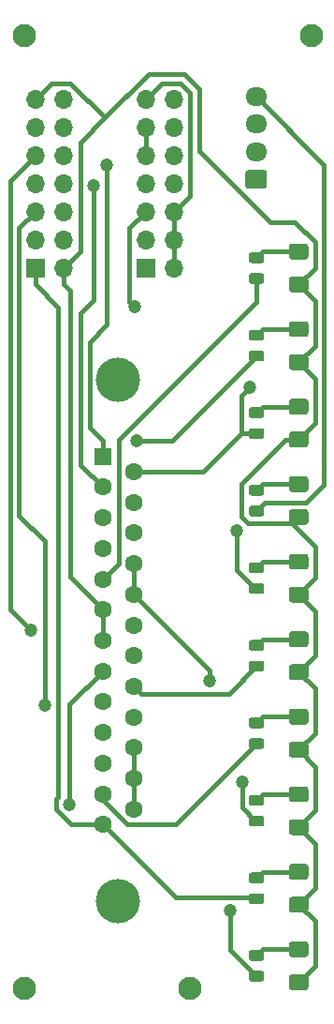
<source format=gbr>
%TF.GenerationSoftware,KiCad,Pcbnew,5.1.6-c6e7f7d~87~ubuntu20.04.1*%
%TF.CreationDate,2022-06-06T22:59:29+02:00*%
%TF.ProjectId,interface_up_left_side_arm,696e7465-7266-4616-9365-5f75705f6c65,rev?*%
%TF.SameCoordinates,PX7fa96a8PY7022770*%
%TF.FileFunction,Copper,L1,Top*%
%TF.FilePolarity,Positive*%
%FSLAX46Y46*%
G04 Gerber Fmt 4.6, Leading zero omitted, Abs format (unit mm)*
G04 Created by KiCad (PCBNEW 5.1.6-c6e7f7d~87~ubuntu20.04.1) date 2022-06-06 22:59:29*
%MOMM*%
%LPD*%
G01*
G04 APERTURE LIST*
%TA.AperFunction,ComponentPad*%
%ADD10R,1.600000X1.600000*%
%TD*%
%TA.AperFunction,ComponentPad*%
%ADD11C,1.600000*%
%TD*%
%TA.AperFunction,ComponentPad*%
%ADD12C,4.000000*%
%TD*%
%TA.AperFunction,ComponentPad*%
%ADD13R,1.700000X1.700000*%
%TD*%
%TA.AperFunction,ComponentPad*%
%ADD14O,1.700000X1.700000*%
%TD*%
%TA.AperFunction,ComponentPad*%
%ADD15O,1.950000X1.700000*%
%TD*%
%TA.AperFunction,ViaPad*%
%ADD16C,2.100000*%
%TD*%
%TA.AperFunction,ViaPad*%
%ADD17C,1.200000*%
%TD*%
%TA.AperFunction,Conductor*%
%ADD18C,0.400000*%
%TD*%
G04 APERTURE END LIST*
D10*
%TO.P,J1,1*%
%TO.N,1*%
X9123720Y49981200D03*
D11*
%TO.P,J1,2*%
%TO.N,2*%
X9123720Y47211200D03*
%TO.P,J1,3*%
%TO.N,3*%
X9123720Y44441200D03*
%TO.P,J1,4*%
%TO.N,4*%
X9123720Y41671200D03*
%TO.P,J1,5*%
%TO.N,5*%
X9123720Y38901200D03*
%TO.P,J1,6*%
%TO.N,GND*%
X9123720Y36131200D03*
%TO.P,J1,7*%
X9123720Y33361200D03*
%TO.P,J1,8*%
%TO.N,8*%
X9123720Y30591200D03*
%TO.P,J1,9*%
%TO.N,9*%
X9123720Y27821200D03*
%TO.P,J1,10*%
%TO.N,10*%
X9123720Y25051200D03*
%TO.P,J1,11*%
%TO.N,11*%
X9123720Y22281200D03*
%TO.P,J1,12*%
%TO.N,12*%
X9123720Y19511200D03*
%TO.P,J1,13*%
%TO.N,13*%
X9123720Y16741200D03*
%TO.P,J1,14*%
%TO.N,14*%
X11963720Y48596200D03*
%TO.P,J1,15*%
%TO.N,15*%
X11963720Y45826200D03*
%TO.P,J1,16*%
%TO.N,+12V*%
X11963720Y43056200D03*
%TO.P,J1,17*%
%TO.N,+3V3*%
X11963720Y40286200D03*
%TO.P,J1,18*%
X11963720Y37516200D03*
%TO.P,J1,19*%
%TO.N,19*%
X11963720Y34746200D03*
%TO.P,J1,20*%
%TO.N,20*%
X11963720Y31976200D03*
%TO.P,J1,21*%
%TO.N,21*%
X11963720Y29206200D03*
%TO.P,J1,22*%
%TO.N,22*%
X11963720Y26436200D03*
%TO.P,J1,23*%
%TO.N,+12V*%
X11963720Y23666200D03*
%TO.P,J1,24*%
X11963720Y20896200D03*
%TO.P,J1,25*%
X11963720Y18126200D03*
D12*
%TO.P,J1,0*%
%TO.N,N/C*%
X10543720Y9811200D03*
X10543720Y56911200D03*
%TD*%
D13*
%TO.P,J2,1*%
%TO.N,22*%
X13025520Y66981200D03*
D14*
%TO.P,J2,2*%
%TO.N,+12V*%
X15565520Y66981200D03*
%TO.P,J2,3*%
%TO.N,21*%
X13025520Y69521200D03*
%TO.P,J2,4*%
%TO.N,+12V*%
X15565520Y69521200D03*
%TO.P,J2,5*%
%TO.N,20*%
X13025520Y72061200D03*
%TO.P,J2,6*%
%TO.N,+12V*%
X15565520Y72061200D03*
%TO.P,J2,7*%
%TO.N,19*%
X13025520Y74601200D03*
%TO.P,J2,8*%
%TO.N,M1*%
X15565520Y74601200D03*
%TO.P,J2,9*%
%TO.N,+3V3*%
X13025520Y77141200D03*
%TO.P,J2,10*%
%TO.N,M2*%
X15565520Y77141200D03*
%TO.P,J2,11*%
%TO.N,+3V3*%
X13025520Y79681200D03*
%TO.P,J2,12*%
%TO.N,M3*%
X15565520Y79681200D03*
%TO.P,J2,13*%
%TO.N,+12V*%
X13025520Y82221200D03*
%TO.P,J2,14*%
%TO.N,M4*%
X15565520Y82221200D03*
%TD*%
%TO.P,J3,14*%
%TO.N,14*%
X5565520Y82221200D03*
%TO.P,J3,13*%
%TO.N,GND*%
X3025520Y82221200D03*
%TO.P,J3,12*%
%TO.N,1*%
X5565520Y79681200D03*
%TO.P,J3,11*%
%TO.N,8*%
X3025520Y79681200D03*
%TO.P,J3,10*%
%TO.N,2*%
X5565520Y77141200D03*
%TO.P,J3,9*%
%TO.N,9*%
X3025520Y77141200D03*
%TO.P,J3,8*%
%TO.N,3*%
X5565520Y74601200D03*
%TO.P,J3,7*%
%TO.N,10*%
X3025520Y74601200D03*
%TO.P,J3,6*%
%TO.N,4*%
X5565520Y72061200D03*
%TO.P,J3,5*%
%TO.N,11*%
X3025520Y72061200D03*
%TO.P,J3,4*%
%TO.N,5*%
X5565520Y69521200D03*
%TO.P,J3,3*%
%TO.N,12*%
X3025520Y69521200D03*
%TO.P,J3,2*%
%TO.N,GND*%
X5565520Y66981200D03*
D13*
%TO.P,J3,1*%
%TO.N,13*%
X3025520Y66981200D03*
%TD*%
%TO.P,J4,1*%
%TO.N,M1*%
%TA.AperFunction,ComponentPad*%
G36*
G01*
X23750520Y74131200D02*
X22300520Y74131200D01*
G75*
G02*
X22050520Y74381200I0J250000D01*
G01*
X22050520Y75581200D01*
G75*
G02*
X22300520Y75831200I250000J0D01*
G01*
X23750520Y75831200D01*
G75*
G02*
X24000520Y75581200I0J-250000D01*
G01*
X24000520Y74381200D01*
G75*
G02*
X23750520Y74131200I-250000J0D01*
G01*
G37*
%TD.AperFunction*%
D15*
%TO.P,J4,2*%
%TO.N,M2*%
X23025520Y77481200D03*
%TO.P,J4,3*%
%TO.N,M3*%
X23025520Y79981200D03*
%TO.P,J4,4*%
%TO.N,M4*%
X23025520Y82481200D03*
%TD*%
%TO.P,D1,2*%
%TO.N,Net-(D1-Pad2)*%
%TA.AperFunction,SMDPad,CuDef*%
G36*
G01*
X27498220Y4756200D02*
X26248220Y4756200D01*
G75*
G02*
X25998220Y5006200I0J250000D01*
G01*
X25998220Y5931200D01*
G75*
G02*
X26248220Y6181200I250000J0D01*
G01*
X27498220Y6181200D01*
G75*
G02*
X27748220Y5931200I0J-250000D01*
G01*
X27748220Y5006200D01*
G75*
G02*
X27498220Y4756200I-250000J0D01*
G01*
G37*
%TD.AperFunction*%
%TO.P,D1,1*%
%TO.N,GND*%
%TA.AperFunction,SMDPad,CuDef*%
G36*
G01*
X27498220Y1781200D02*
X26248220Y1781200D01*
G75*
G02*
X25998220Y2031200I0J250000D01*
G01*
X25998220Y2956200D01*
G75*
G02*
X26248220Y3206200I250000J0D01*
G01*
X27498220Y3206200D01*
G75*
G02*
X27748220Y2956200I0J-250000D01*
G01*
X27748220Y2031200D01*
G75*
G02*
X27498220Y1781200I-250000J0D01*
G01*
G37*
%TD.AperFunction*%
%TD*%
%TO.P,D2,2*%
%TO.N,Net-(D2-Pad2)*%
%TA.AperFunction,SMDPad,CuDef*%
G36*
G01*
X27498220Y11756200D02*
X26248220Y11756200D01*
G75*
G02*
X25998220Y12006200I0J250000D01*
G01*
X25998220Y12931200D01*
G75*
G02*
X26248220Y13181200I250000J0D01*
G01*
X27498220Y13181200D01*
G75*
G02*
X27748220Y12931200I0J-250000D01*
G01*
X27748220Y12006200D01*
G75*
G02*
X27498220Y11756200I-250000J0D01*
G01*
G37*
%TD.AperFunction*%
%TO.P,D2,1*%
%TO.N,GND*%
%TA.AperFunction,SMDPad,CuDef*%
G36*
G01*
X27498220Y8781200D02*
X26248220Y8781200D01*
G75*
G02*
X25998220Y9031200I0J250000D01*
G01*
X25998220Y9956200D01*
G75*
G02*
X26248220Y10206200I250000J0D01*
G01*
X27498220Y10206200D01*
G75*
G02*
X27748220Y9956200I0J-250000D01*
G01*
X27748220Y9031200D01*
G75*
G02*
X27498220Y8781200I-250000J0D01*
G01*
G37*
%TD.AperFunction*%
%TD*%
%TO.P,D3,2*%
%TO.N,Net-(D3-Pad2)*%
%TA.AperFunction,SMDPad,CuDef*%
G36*
G01*
X27498220Y18756200D02*
X26248220Y18756200D01*
G75*
G02*
X25998220Y19006200I0J250000D01*
G01*
X25998220Y19931200D01*
G75*
G02*
X26248220Y20181200I250000J0D01*
G01*
X27498220Y20181200D01*
G75*
G02*
X27748220Y19931200I0J-250000D01*
G01*
X27748220Y19006200D01*
G75*
G02*
X27498220Y18756200I-250000J0D01*
G01*
G37*
%TD.AperFunction*%
%TO.P,D3,1*%
%TO.N,GND*%
%TA.AperFunction,SMDPad,CuDef*%
G36*
G01*
X27498220Y15781200D02*
X26248220Y15781200D01*
G75*
G02*
X25998220Y16031200I0J250000D01*
G01*
X25998220Y16956200D01*
G75*
G02*
X26248220Y17206200I250000J0D01*
G01*
X27498220Y17206200D01*
G75*
G02*
X27748220Y16956200I0J-250000D01*
G01*
X27748220Y16031200D01*
G75*
G02*
X27498220Y15781200I-250000J0D01*
G01*
G37*
%TD.AperFunction*%
%TD*%
%TO.P,D4,1*%
%TO.N,GND*%
%TA.AperFunction,SMDPad,CuDef*%
G36*
G01*
X27498220Y22781200D02*
X26248220Y22781200D01*
G75*
G02*
X25998220Y23031200I0J250000D01*
G01*
X25998220Y23956200D01*
G75*
G02*
X26248220Y24206200I250000J0D01*
G01*
X27498220Y24206200D01*
G75*
G02*
X27748220Y23956200I0J-250000D01*
G01*
X27748220Y23031200D01*
G75*
G02*
X27498220Y22781200I-250000J0D01*
G01*
G37*
%TD.AperFunction*%
%TO.P,D4,2*%
%TO.N,Net-(D4-Pad2)*%
%TA.AperFunction,SMDPad,CuDef*%
G36*
G01*
X27498220Y25756200D02*
X26248220Y25756200D01*
G75*
G02*
X25998220Y26006200I0J250000D01*
G01*
X25998220Y26931200D01*
G75*
G02*
X26248220Y27181200I250000J0D01*
G01*
X27498220Y27181200D01*
G75*
G02*
X27748220Y26931200I0J-250000D01*
G01*
X27748220Y26006200D01*
G75*
G02*
X27498220Y25756200I-250000J0D01*
G01*
G37*
%TD.AperFunction*%
%TD*%
%TO.P,D5,1*%
%TO.N,GND*%
%TA.AperFunction,SMDPad,CuDef*%
G36*
G01*
X27498220Y29781200D02*
X26248220Y29781200D01*
G75*
G02*
X25998220Y30031200I0J250000D01*
G01*
X25998220Y30956200D01*
G75*
G02*
X26248220Y31206200I250000J0D01*
G01*
X27498220Y31206200D01*
G75*
G02*
X27748220Y30956200I0J-250000D01*
G01*
X27748220Y30031200D01*
G75*
G02*
X27498220Y29781200I-250000J0D01*
G01*
G37*
%TD.AperFunction*%
%TO.P,D5,2*%
%TO.N,Net-(D5-Pad2)*%
%TA.AperFunction,SMDPad,CuDef*%
G36*
G01*
X27498220Y32756200D02*
X26248220Y32756200D01*
G75*
G02*
X25998220Y33006200I0J250000D01*
G01*
X25998220Y33931200D01*
G75*
G02*
X26248220Y34181200I250000J0D01*
G01*
X27498220Y34181200D01*
G75*
G02*
X27748220Y33931200I0J-250000D01*
G01*
X27748220Y33006200D01*
G75*
G02*
X27498220Y32756200I-250000J0D01*
G01*
G37*
%TD.AperFunction*%
%TD*%
%TO.P,D6,2*%
%TO.N,Net-(D6-Pad2)*%
%TA.AperFunction,SMDPad,CuDef*%
G36*
G01*
X27498220Y39756200D02*
X26248220Y39756200D01*
G75*
G02*
X25998220Y40006200I0J250000D01*
G01*
X25998220Y40931200D01*
G75*
G02*
X26248220Y41181200I250000J0D01*
G01*
X27498220Y41181200D01*
G75*
G02*
X27748220Y40931200I0J-250000D01*
G01*
X27748220Y40006200D01*
G75*
G02*
X27498220Y39756200I-250000J0D01*
G01*
G37*
%TD.AperFunction*%
%TO.P,D6,1*%
%TO.N,GND*%
%TA.AperFunction,SMDPad,CuDef*%
G36*
G01*
X27498220Y36781200D02*
X26248220Y36781200D01*
G75*
G02*
X25998220Y37031200I0J250000D01*
G01*
X25998220Y37956200D01*
G75*
G02*
X26248220Y38206200I250000J0D01*
G01*
X27498220Y38206200D01*
G75*
G02*
X27748220Y37956200I0J-250000D01*
G01*
X27748220Y37031200D01*
G75*
G02*
X27498220Y36781200I-250000J0D01*
G01*
G37*
%TD.AperFunction*%
%TD*%
%TO.P,D7,1*%
%TO.N,GND*%
%TA.AperFunction,SMDPad,CuDef*%
G36*
G01*
X27498220Y43781200D02*
X26248220Y43781200D01*
G75*
G02*
X25998220Y44031200I0J250000D01*
G01*
X25998220Y44956200D01*
G75*
G02*
X26248220Y45206200I250000J0D01*
G01*
X27498220Y45206200D01*
G75*
G02*
X27748220Y44956200I0J-250000D01*
G01*
X27748220Y44031200D01*
G75*
G02*
X27498220Y43781200I-250000J0D01*
G01*
G37*
%TD.AperFunction*%
%TO.P,D7,2*%
%TO.N,Net-(D7-Pad2)*%
%TA.AperFunction,SMDPad,CuDef*%
G36*
G01*
X27498220Y46756200D02*
X26248220Y46756200D01*
G75*
G02*
X25998220Y47006200I0J250000D01*
G01*
X25998220Y47931200D01*
G75*
G02*
X26248220Y48181200I250000J0D01*
G01*
X27498220Y48181200D01*
G75*
G02*
X27748220Y47931200I0J-250000D01*
G01*
X27748220Y47006200D01*
G75*
G02*
X27498220Y46756200I-250000J0D01*
G01*
G37*
%TD.AperFunction*%
%TD*%
%TO.P,D8,1*%
%TO.N,GND*%
%TA.AperFunction,SMDPad,CuDef*%
G36*
G01*
X27498220Y50781200D02*
X26248220Y50781200D01*
G75*
G02*
X25998220Y51031200I0J250000D01*
G01*
X25998220Y51956200D01*
G75*
G02*
X26248220Y52206200I250000J0D01*
G01*
X27498220Y52206200D01*
G75*
G02*
X27748220Y51956200I0J-250000D01*
G01*
X27748220Y51031200D01*
G75*
G02*
X27498220Y50781200I-250000J0D01*
G01*
G37*
%TD.AperFunction*%
%TO.P,D8,2*%
%TO.N,Net-(D8-Pad2)*%
%TA.AperFunction,SMDPad,CuDef*%
G36*
G01*
X27498220Y53756200D02*
X26248220Y53756200D01*
G75*
G02*
X25998220Y54006200I0J250000D01*
G01*
X25998220Y54931200D01*
G75*
G02*
X26248220Y55181200I250000J0D01*
G01*
X27498220Y55181200D01*
G75*
G02*
X27748220Y54931200I0J-250000D01*
G01*
X27748220Y54006200D01*
G75*
G02*
X27498220Y53756200I-250000J0D01*
G01*
G37*
%TD.AperFunction*%
%TD*%
%TO.P,D9,2*%
%TO.N,Net-(D9-Pad2)*%
%TA.AperFunction,SMDPad,CuDef*%
G36*
G01*
X27498220Y60756200D02*
X26248220Y60756200D01*
G75*
G02*
X25998220Y61006200I0J250000D01*
G01*
X25998220Y61931200D01*
G75*
G02*
X26248220Y62181200I250000J0D01*
G01*
X27498220Y62181200D01*
G75*
G02*
X27748220Y61931200I0J-250000D01*
G01*
X27748220Y61006200D01*
G75*
G02*
X27498220Y60756200I-250000J0D01*
G01*
G37*
%TD.AperFunction*%
%TO.P,D9,1*%
%TO.N,GND*%
%TA.AperFunction,SMDPad,CuDef*%
G36*
G01*
X27498220Y57781200D02*
X26248220Y57781200D01*
G75*
G02*
X25998220Y58031200I0J250000D01*
G01*
X25998220Y58956200D01*
G75*
G02*
X26248220Y59206200I250000J0D01*
G01*
X27498220Y59206200D01*
G75*
G02*
X27748220Y58956200I0J-250000D01*
G01*
X27748220Y58031200D01*
G75*
G02*
X27498220Y57781200I-250000J0D01*
G01*
G37*
%TD.AperFunction*%
%TD*%
%TO.P,D10,1*%
%TO.N,GND*%
%TA.AperFunction,SMDPad,CuDef*%
G36*
G01*
X27498220Y64781200D02*
X26248220Y64781200D01*
G75*
G02*
X25998220Y65031200I0J250000D01*
G01*
X25998220Y65956200D01*
G75*
G02*
X26248220Y66206200I250000J0D01*
G01*
X27498220Y66206200D01*
G75*
G02*
X27748220Y65956200I0J-250000D01*
G01*
X27748220Y65031200D01*
G75*
G02*
X27498220Y64781200I-250000J0D01*
G01*
G37*
%TD.AperFunction*%
%TO.P,D10,2*%
%TO.N,Net-(D10-Pad2)*%
%TA.AperFunction,SMDPad,CuDef*%
G36*
G01*
X27498220Y67756200D02*
X26248220Y67756200D01*
G75*
G02*
X25998220Y68006200I0J250000D01*
G01*
X25998220Y68931200D01*
G75*
G02*
X26248220Y69181200I250000J0D01*
G01*
X27498220Y69181200D01*
G75*
G02*
X27748220Y68931200I0J-250000D01*
G01*
X27748220Y68006200D01*
G75*
G02*
X27498220Y67756200I-250000J0D01*
G01*
G37*
%TD.AperFunction*%
%TD*%
%TO.P,R1,1*%
%TO.N,+12V*%
%TA.AperFunction,SMDPad,CuDef*%
G36*
G01*
X23515670Y2556200D02*
X22603170Y2556200D01*
G75*
G02*
X22359420Y2799950I0J243750D01*
G01*
X22359420Y3287450D01*
G75*
G02*
X22603170Y3531200I243750J0D01*
G01*
X23515670Y3531200D01*
G75*
G02*
X23759420Y3287450I0J-243750D01*
G01*
X23759420Y2799950D01*
G75*
G02*
X23515670Y2556200I-243750J0D01*
G01*
G37*
%TD.AperFunction*%
%TO.P,R1,2*%
%TO.N,Net-(D1-Pad2)*%
%TA.AperFunction,SMDPad,CuDef*%
G36*
G01*
X23515670Y4431200D02*
X22603170Y4431200D01*
G75*
G02*
X22359420Y4674950I0J243750D01*
G01*
X22359420Y5162450D01*
G75*
G02*
X22603170Y5406200I243750J0D01*
G01*
X23515670Y5406200D01*
G75*
G02*
X23759420Y5162450I0J-243750D01*
G01*
X23759420Y4674950D01*
G75*
G02*
X23515670Y4431200I-243750J0D01*
G01*
G37*
%TD.AperFunction*%
%TD*%
%TO.P,R2,2*%
%TO.N,Net-(D2-Pad2)*%
%TA.AperFunction,SMDPad,CuDef*%
G36*
G01*
X23515670Y11431200D02*
X22603170Y11431200D01*
G75*
G02*
X22359420Y11674950I0J243750D01*
G01*
X22359420Y12162450D01*
G75*
G02*
X22603170Y12406200I243750J0D01*
G01*
X23515670Y12406200D01*
G75*
G02*
X23759420Y12162450I0J-243750D01*
G01*
X23759420Y11674950D01*
G75*
G02*
X23515670Y11431200I-243750J0D01*
G01*
G37*
%TD.AperFunction*%
%TO.P,R2,1*%
%TO.N,13*%
%TA.AperFunction,SMDPad,CuDef*%
G36*
G01*
X23515670Y9556200D02*
X22603170Y9556200D01*
G75*
G02*
X22359420Y9799950I0J243750D01*
G01*
X22359420Y10287450D01*
G75*
G02*
X22603170Y10531200I243750J0D01*
G01*
X23515670Y10531200D01*
G75*
G02*
X23759420Y10287450I0J-243750D01*
G01*
X23759420Y9799950D01*
G75*
G02*
X23515670Y9556200I-243750J0D01*
G01*
G37*
%TD.AperFunction*%
%TD*%
%TO.P,R3,2*%
%TO.N,Net-(D3-Pad2)*%
%TA.AperFunction,SMDPad,CuDef*%
G36*
G01*
X23515670Y18431200D02*
X22603170Y18431200D01*
G75*
G02*
X22359420Y18674950I0J243750D01*
G01*
X22359420Y19162450D01*
G75*
G02*
X22603170Y19406200I243750J0D01*
G01*
X23515670Y19406200D01*
G75*
G02*
X23759420Y19162450I0J-243750D01*
G01*
X23759420Y18674950D01*
G75*
G02*
X23515670Y18431200I-243750J0D01*
G01*
G37*
%TD.AperFunction*%
%TO.P,R3,1*%
%TO.N,+3V3*%
%TA.AperFunction,SMDPad,CuDef*%
G36*
G01*
X23515670Y16556200D02*
X22603170Y16556200D01*
G75*
G02*
X22359420Y16799950I0J243750D01*
G01*
X22359420Y17287450D01*
G75*
G02*
X22603170Y17531200I243750J0D01*
G01*
X23515670Y17531200D01*
G75*
G02*
X23759420Y17287450I0J-243750D01*
G01*
X23759420Y16799950D01*
G75*
G02*
X23515670Y16556200I-243750J0D01*
G01*
G37*
%TD.AperFunction*%
%TD*%
%TO.P,R4,1*%
%TO.N,12*%
%TA.AperFunction,SMDPad,CuDef*%
G36*
G01*
X23515670Y23556200D02*
X22603170Y23556200D01*
G75*
G02*
X22359420Y23799950I0J243750D01*
G01*
X22359420Y24287450D01*
G75*
G02*
X22603170Y24531200I243750J0D01*
G01*
X23515670Y24531200D01*
G75*
G02*
X23759420Y24287450I0J-243750D01*
G01*
X23759420Y23799950D01*
G75*
G02*
X23515670Y23556200I-243750J0D01*
G01*
G37*
%TD.AperFunction*%
%TO.P,R4,2*%
%TO.N,Net-(D4-Pad2)*%
%TA.AperFunction,SMDPad,CuDef*%
G36*
G01*
X23515670Y25431200D02*
X22603170Y25431200D01*
G75*
G02*
X22359420Y25674950I0J243750D01*
G01*
X22359420Y26162450D01*
G75*
G02*
X22603170Y26406200I243750J0D01*
G01*
X23515670Y26406200D01*
G75*
G02*
X23759420Y26162450I0J-243750D01*
G01*
X23759420Y25674950D01*
G75*
G02*
X23515670Y25431200I-243750J0D01*
G01*
G37*
%TD.AperFunction*%
%TD*%
%TO.P,R5,1*%
%TO.N,21*%
%TA.AperFunction,SMDPad,CuDef*%
G36*
G01*
X23515670Y30556200D02*
X22603170Y30556200D01*
G75*
G02*
X22359420Y30799950I0J243750D01*
G01*
X22359420Y31287450D01*
G75*
G02*
X22603170Y31531200I243750J0D01*
G01*
X23515670Y31531200D01*
G75*
G02*
X23759420Y31287450I0J-243750D01*
G01*
X23759420Y30799950D01*
G75*
G02*
X23515670Y30556200I-243750J0D01*
G01*
G37*
%TD.AperFunction*%
%TO.P,R5,2*%
%TO.N,Net-(D5-Pad2)*%
%TA.AperFunction,SMDPad,CuDef*%
G36*
G01*
X23515670Y32431200D02*
X22603170Y32431200D01*
G75*
G02*
X22359420Y32674950I0J243750D01*
G01*
X22359420Y33162450D01*
G75*
G02*
X22603170Y33406200I243750J0D01*
G01*
X23515670Y33406200D01*
G75*
G02*
X23759420Y33162450I0J-243750D01*
G01*
X23759420Y32674950D01*
G75*
G02*
X23515670Y32431200I-243750J0D01*
G01*
G37*
%TD.AperFunction*%
%TD*%
%TO.P,R6,2*%
%TO.N,Net-(D6-Pad2)*%
%TA.AperFunction,SMDPad,CuDef*%
G36*
G01*
X23515670Y39431200D02*
X22603170Y39431200D01*
G75*
G02*
X22359420Y39674950I0J243750D01*
G01*
X22359420Y40162450D01*
G75*
G02*
X22603170Y40406200I243750J0D01*
G01*
X23515670Y40406200D01*
G75*
G02*
X23759420Y40162450I0J-243750D01*
G01*
X23759420Y39674950D01*
G75*
G02*
X23515670Y39431200I-243750J0D01*
G01*
G37*
%TD.AperFunction*%
%TO.P,R6,1*%
%TO.N,M1*%
%TA.AperFunction,SMDPad,CuDef*%
G36*
G01*
X23515670Y37556200D02*
X22603170Y37556200D01*
G75*
G02*
X22359420Y37799950I0J243750D01*
G01*
X22359420Y38287450D01*
G75*
G02*
X22603170Y38531200I243750J0D01*
G01*
X23515670Y38531200D01*
G75*
G02*
X23759420Y38287450I0J-243750D01*
G01*
X23759420Y37799950D01*
G75*
G02*
X23515670Y37556200I-243750J0D01*
G01*
G37*
%TD.AperFunction*%
%TD*%
%TO.P,R7,1*%
%TO.N,M4*%
%TA.AperFunction,SMDPad,CuDef*%
G36*
G01*
X23515670Y44556200D02*
X22603170Y44556200D01*
G75*
G02*
X22359420Y44799950I0J243750D01*
G01*
X22359420Y45287450D01*
G75*
G02*
X22603170Y45531200I243750J0D01*
G01*
X23515670Y45531200D01*
G75*
G02*
X23759420Y45287450I0J-243750D01*
G01*
X23759420Y44799950D01*
G75*
G02*
X23515670Y44556200I-243750J0D01*
G01*
G37*
%TD.AperFunction*%
%TO.P,R7,2*%
%TO.N,Net-(D7-Pad2)*%
%TA.AperFunction,SMDPad,CuDef*%
G36*
G01*
X23515670Y46431200D02*
X22603170Y46431200D01*
G75*
G02*
X22359420Y46674950I0J243750D01*
G01*
X22359420Y47162450D01*
G75*
G02*
X22603170Y47406200I243750J0D01*
G01*
X23515670Y47406200D01*
G75*
G02*
X23759420Y47162450I0J-243750D01*
G01*
X23759420Y46674950D01*
G75*
G02*
X23515670Y46431200I-243750J0D01*
G01*
G37*
%TD.AperFunction*%
%TD*%
%TO.P,R8,2*%
%TO.N,Net-(D8-Pad2)*%
%TA.AperFunction,SMDPad,CuDef*%
G36*
G01*
X23515670Y53431200D02*
X22603170Y53431200D01*
G75*
G02*
X22359420Y53674950I0J243750D01*
G01*
X22359420Y54162450D01*
G75*
G02*
X22603170Y54406200I243750J0D01*
G01*
X23515670Y54406200D01*
G75*
G02*
X23759420Y54162450I0J-243750D01*
G01*
X23759420Y53674950D01*
G75*
G02*
X23515670Y53431200I-243750J0D01*
G01*
G37*
%TD.AperFunction*%
%TO.P,R8,1*%
%TO.N,14*%
%TA.AperFunction,SMDPad,CuDef*%
G36*
G01*
X23515670Y51556200D02*
X22603170Y51556200D01*
G75*
G02*
X22359420Y51799950I0J243750D01*
G01*
X22359420Y52287450D01*
G75*
G02*
X22603170Y52531200I243750J0D01*
G01*
X23515670Y52531200D01*
G75*
G02*
X23759420Y52287450I0J-243750D01*
G01*
X23759420Y51799950D01*
G75*
G02*
X23515670Y51556200I-243750J0D01*
G01*
G37*
%TD.AperFunction*%
%TD*%
%TO.P,R9,1*%
%TO.N,3*%
%TA.AperFunction,SMDPad,CuDef*%
G36*
G01*
X23515670Y58556200D02*
X22603170Y58556200D01*
G75*
G02*
X22359420Y58799950I0J243750D01*
G01*
X22359420Y59287450D01*
G75*
G02*
X22603170Y59531200I243750J0D01*
G01*
X23515670Y59531200D01*
G75*
G02*
X23759420Y59287450I0J-243750D01*
G01*
X23759420Y58799950D01*
G75*
G02*
X23515670Y58556200I-243750J0D01*
G01*
G37*
%TD.AperFunction*%
%TO.P,R9,2*%
%TO.N,Net-(D9-Pad2)*%
%TA.AperFunction,SMDPad,CuDef*%
G36*
G01*
X23515670Y60431200D02*
X22603170Y60431200D01*
G75*
G02*
X22359420Y60674950I0J243750D01*
G01*
X22359420Y61162450D01*
G75*
G02*
X22603170Y61406200I243750J0D01*
G01*
X23515670Y61406200D01*
G75*
G02*
X23759420Y61162450I0J-243750D01*
G01*
X23759420Y60674950D01*
G75*
G02*
X23515670Y60431200I-243750J0D01*
G01*
G37*
%TD.AperFunction*%
%TD*%
%TO.P,R10,2*%
%TO.N,Net-(D10-Pad2)*%
%TA.AperFunction,SMDPad,CuDef*%
G36*
G01*
X23515670Y67431200D02*
X22603170Y67431200D01*
G75*
G02*
X22359420Y67674950I0J243750D01*
G01*
X22359420Y68162450D01*
G75*
G02*
X22603170Y68406200I243750J0D01*
G01*
X23515670Y68406200D01*
G75*
G02*
X23759420Y68162450I0J-243750D01*
G01*
X23759420Y67674950D01*
G75*
G02*
X23515670Y67431200I-243750J0D01*
G01*
G37*
%TD.AperFunction*%
%TO.P,R10,1*%
%TO.N,5*%
%TA.AperFunction,SMDPad,CuDef*%
G36*
G01*
X23515670Y65556200D02*
X22603170Y65556200D01*
G75*
G02*
X22359420Y65799950I0J243750D01*
G01*
X22359420Y66287450D01*
G75*
G02*
X22603170Y66531200I243750J0D01*
G01*
X23515670Y66531200D01*
G75*
G02*
X23759420Y66287450I0J-243750D01*
G01*
X23759420Y65799950D01*
G75*
G02*
X23515670Y65556200I-243750J0D01*
G01*
G37*
%TD.AperFunction*%
%TD*%
D16*
%TO.N,*%
X28025520Y87981200D03*
X2025520Y87981200D03*
X17025520Y1981200D03*
X2025520Y1981200D03*
D17*
%TO.N,1*%
X9493020Y76317400D03*
%TO.N,2*%
X8291520Y74415200D03*
%TO.N,3*%
X12244120Y51397700D03*
%TO.N,8*%
X6155220Y18578900D03*
%TO.N,9*%
X2672320Y34272600D03*
%TO.N,11*%
X3880720Y27524200D03*
%TO.N,14*%
X22472020Y56252600D03*
%TO.N,+12V*%
X20655620Y8937600D03*
%TO.N,+3V3*%
X18852320Y29737200D03*
X21758120Y20532300D03*
%TO.N,20*%
X12002920Y63528200D03*
%TO.N,M1*%
X21262820Y43224500D03*
%TD*%
D18*
%TO.N,Net-(D3-Pad2)*%
X23609420Y19468700D02*
X26873220Y19468700D01*
X23059420Y18918700D02*
X23609420Y19468700D01*
%TO.N,Net-(D1-Pad2)*%
X23609420Y5468700D02*
X26873220Y5468700D01*
X23059420Y4918700D02*
X23609420Y5468700D01*
%TO.N,GND*%
X28349620Y8017300D02*
X26873220Y9493700D01*
X28349620Y3970100D02*
X28349620Y8017300D01*
X26873220Y2493700D02*
X28349620Y3970100D01*
X5565520Y66981200D02*
X5565520Y65530900D01*
X9123720Y33361200D02*
X9123720Y36131200D01*
X6166420Y64930000D02*
X5565520Y65530900D01*
X6166420Y39088500D02*
X6166420Y64930000D01*
X9123720Y36131200D02*
X6166420Y39088500D01*
X28361820Y24982300D02*
X26873220Y23493700D01*
X28361820Y29005100D02*
X28361820Y24982300D01*
X26873220Y30493700D02*
X28361820Y29005100D01*
X6195520Y83681800D02*
X9314620Y80562700D01*
X4486120Y83681800D02*
X6195520Y83681800D01*
X3025520Y82221200D02*
X4486120Y83681800D01*
X28403520Y18024000D02*
X26873220Y16493700D01*
X28403520Y21963400D02*
X28403520Y18024000D01*
X26873220Y23493700D02*
X28403520Y21963400D01*
X28361820Y10982300D02*
X26873220Y9493700D01*
X28361820Y15005100D02*
X28361820Y10982300D01*
X26873220Y16493700D02*
X28361820Y15005100D01*
X7091220Y68506900D02*
X5565520Y66981200D01*
X7091220Y78339300D02*
X7091220Y68506900D01*
X9314620Y80562700D02*
X7091220Y78339300D01*
X28349620Y59970100D02*
X26873220Y58493700D01*
X28349620Y64017300D02*
X28349620Y59970100D01*
X26873220Y65493700D02*
X28349620Y64017300D01*
X13278520Y84526600D02*
X9314620Y80562700D01*
X16499420Y84526600D02*
X13278520Y84526600D01*
X17904320Y83121700D02*
X16499420Y84526600D01*
X17904320Y77538100D02*
X17904320Y83121700D01*
X24304620Y71137800D02*
X17904320Y77538100D01*
X26525620Y71137800D02*
X24304620Y71137800D01*
X28355020Y69308400D02*
X26525620Y71137800D01*
X28355020Y66975500D02*
X28355020Y69308400D01*
X26873220Y65493700D02*
X28355020Y66975500D01*
X28355120Y31975600D02*
X26873220Y30493700D01*
X28355120Y36011800D02*
X28355120Y31975600D01*
X26873220Y37493700D02*
X28355120Y36011800D01*
X28349620Y57017300D02*
X26873220Y58493700D01*
X28349620Y52970100D02*
X28349620Y57017300D01*
X26873220Y51493700D02*
X28349620Y52970100D01*
X28376920Y38997400D02*
X26873220Y37493700D01*
X28376920Y41845000D02*
X28376920Y38997400D01*
X26300720Y43921200D02*
X28376920Y41845000D01*
X26300720Y43921200D02*
X26873220Y44493700D01*
X25708120Y51493700D02*
X26873220Y51493700D01*
X21692120Y47477700D02*
X25708120Y51493700D01*
X21692120Y44505000D02*
X21692120Y47477700D01*
X22275920Y43921200D02*
X21692120Y44505000D01*
X26300720Y43921200D02*
X22275920Y43921200D01*
%TO.N,Net-(D2-Pad2)*%
X23609420Y12468700D02*
X26873220Y12468700D01*
X23059420Y11918700D02*
X23609420Y12468700D01*
%TO.N,Net-(D4-Pad2)*%
X23609420Y26468700D02*
X26873220Y26468700D01*
X23059420Y25918700D02*
X23609420Y26468700D01*
%TO.N,Net-(D5-Pad2)*%
X23609420Y33468700D02*
X26873220Y33468700D01*
X23059420Y32918700D02*
X23609420Y33468700D01*
%TO.N,Net-(D6-Pad2)*%
X23609420Y40468700D02*
X26873220Y40468700D01*
X23059420Y39918700D02*
X23609420Y40468700D01*
%TO.N,Net-(D7-Pad2)*%
X23609420Y47468700D02*
X26873220Y47468700D01*
X23059420Y46918700D02*
X23609420Y47468700D01*
%TO.N,Net-(D8-Pad2)*%
X23609420Y54468700D02*
X26873220Y54468700D01*
X23059420Y53918700D02*
X23609420Y54468700D01*
%TO.N,Net-(D9-Pad2)*%
X23609420Y61468700D02*
X26873220Y61468700D01*
X23059420Y60918700D02*
X23609420Y61468700D01*
%TO.N,Net-(D10-Pad2)*%
X23609420Y68468700D02*
X26873220Y68468700D01*
X23059420Y67918700D02*
X23609420Y68468700D01*
%TO.N,1*%
X9123720Y49981200D02*
X9123720Y51381500D01*
X9493020Y61853500D02*
X9493020Y76317400D01*
X7938420Y60298900D02*
X9493020Y61853500D01*
X7938420Y52566800D02*
X7938420Y60298900D01*
X9123720Y51381500D02*
X7938420Y52566800D01*
%TO.N,2*%
X8291520Y64049000D02*
X8291520Y74415200D01*
X7138020Y62895500D02*
X8291520Y64049000D01*
X7138020Y49196900D02*
X7138020Y62895500D01*
X9123720Y47211200D02*
X7138020Y49196900D01*
%TO.N,3*%
X15413420Y51397700D02*
X12244120Y51397700D01*
X23059420Y59043700D02*
X15413420Y51397700D01*
%TO.N,5*%
X10563320Y40340800D02*
X9123720Y38901200D01*
X10563320Y51464300D02*
X10563320Y40340800D01*
X23059420Y63960400D02*
X10563320Y51464300D01*
X23059420Y66043700D02*
X23059420Y63960400D01*
%TO.N,8*%
X6155220Y27622700D02*
X6155220Y18578900D01*
X9123720Y30591200D02*
X6155220Y27622700D01*
%TO.N,9*%
X769820Y36175100D02*
X2672320Y34272600D01*
X769820Y74885500D02*
X769820Y36175100D01*
X3025520Y77141200D02*
X769820Y74885500D01*
%TO.N,11*%
X3880720Y42345000D02*
X3880720Y27524200D01*
X1570220Y44655500D02*
X3880720Y42345000D01*
X1570220Y70605900D02*
X1570220Y44655500D01*
X3025520Y72061200D02*
X1570220Y70605900D01*
%TO.N,12*%
X9123720Y18951300D02*
X9123720Y19511200D01*
X11350720Y16724300D02*
X9123720Y18951300D01*
X15740020Y16724300D02*
X11350720Y16724300D01*
X23059420Y24043700D02*
X15740020Y16724300D01*
%TO.N,13*%
X3025520Y66981200D02*
X3025520Y65530900D01*
X15727020Y10137900D02*
X9123720Y16741200D01*
X22965220Y10137900D02*
X15727020Y10137900D01*
X23059420Y10043700D02*
X22965220Y10137900D01*
X6295520Y16741200D02*
X9123720Y16741200D01*
X4924620Y18112100D02*
X6295520Y16741200D01*
X4924620Y19069400D02*
X4924620Y18112100D01*
X5107020Y19251800D02*
X4924620Y19069400D01*
X5107020Y63449400D02*
X5107020Y19251800D01*
X3025520Y65530900D02*
X5107020Y63449400D01*
%TO.N,14*%
X21694820Y55475400D02*
X22472020Y56252600D01*
X21694820Y52043700D02*
X21694820Y55475400D01*
X18247320Y48596200D02*
X21694820Y52043700D01*
X11963720Y48596200D02*
X18247320Y48596200D01*
X21694820Y52043700D02*
X23059420Y52043700D01*
%TO.N,+12V*%
X15565520Y70246400D02*
X15565520Y70971500D01*
X15565520Y70246400D02*
X15565520Y69521200D01*
X11963720Y18126200D02*
X11963720Y20896200D01*
X11963720Y20896200D02*
X11963720Y23666200D01*
X15565520Y72061200D02*
X15565520Y70971500D01*
X14494120Y83689800D02*
X13025520Y82221200D01*
X16168320Y83689800D02*
X14494120Y83689800D01*
X17024120Y82834000D02*
X16168320Y83689800D01*
X17024120Y73519800D02*
X17024120Y82834000D01*
X15565520Y72061200D02*
X17024120Y73519800D01*
X20655620Y5428800D02*
X20655620Y8937600D01*
X23040720Y3043700D02*
X20655620Y5428800D01*
X23059420Y3043700D02*
X23040720Y3043700D01*
X15565520Y69521200D02*
X15565520Y66981200D01*
%TO.N,+3V3*%
X21758120Y18263500D02*
X21758120Y20532300D01*
X22977920Y17043700D02*
X21758120Y18263500D01*
X23059420Y17043700D02*
X22977920Y17043700D01*
X18852320Y30627600D02*
X11963720Y37516200D01*
X18852320Y29737200D02*
X18852320Y30627600D01*
X11963720Y37516200D02*
X11963720Y40286200D01*
X13025520Y79681200D02*
X13025520Y78230900D01*
X13025520Y77141200D02*
X13025520Y78230900D01*
%TO.N,20*%
X11575120Y63956000D02*
X12002920Y63528200D01*
X11575120Y70610800D02*
X11575120Y63956000D01*
X13025520Y72061200D02*
X11575120Y70610800D01*
%TO.N,21*%
X20552620Y28536900D02*
X23059420Y31043700D01*
X12633020Y28536900D02*
X20552620Y28536900D01*
X11963720Y29206200D02*
X12633020Y28536900D01*
%TO.N,M1*%
X21262820Y39719700D02*
X21262820Y43224500D01*
X22938820Y38043700D02*
X21262820Y39719700D01*
X23059420Y38043700D02*
X22938820Y38043700D01*
%TO.N,M4*%
X29184720Y76322000D02*
X23025520Y82481200D01*
X29184720Y47420300D02*
X29184720Y76322000D01*
X27572020Y45807600D02*
X29184720Y47420300D01*
X23823320Y45807600D02*
X27572020Y45807600D01*
X23059420Y45043700D02*
X23823320Y45807600D01*
%TD*%
M02*

</source>
